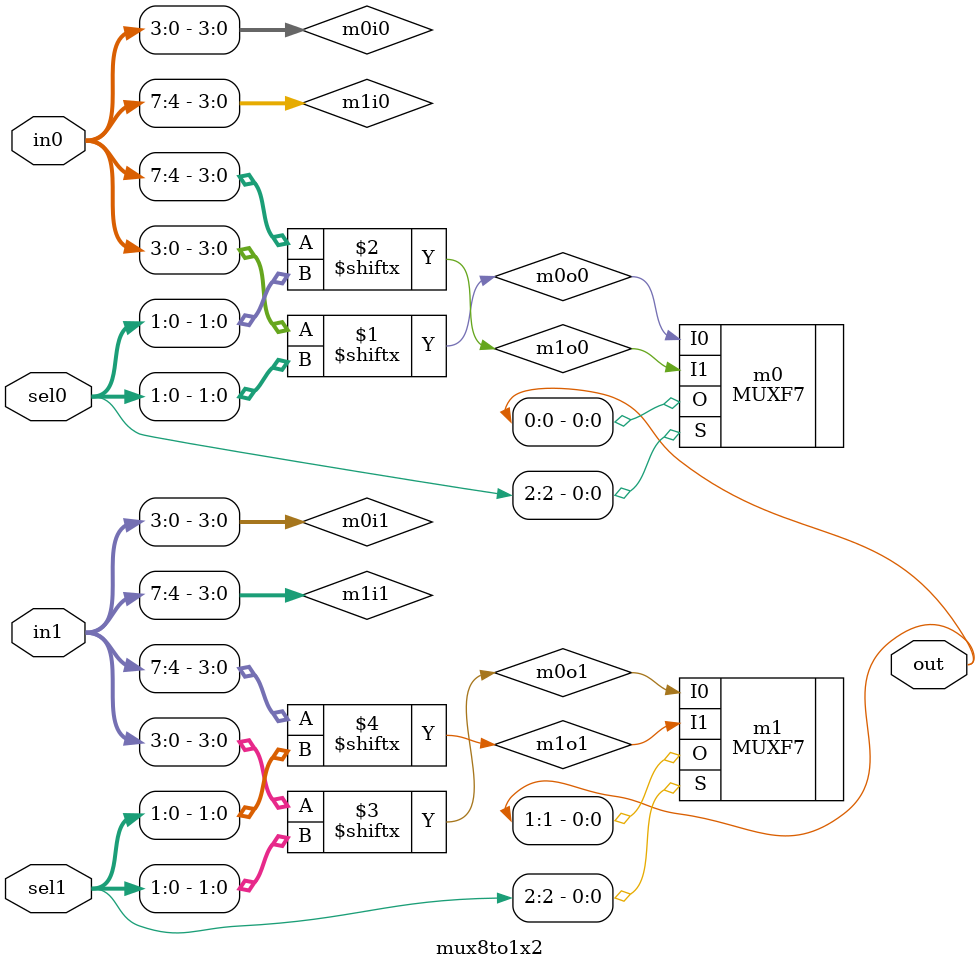
<source format=v>
/*****************************************************************************/
//
// Module          : mux8to1x2.vpp
// Revision        : $Revision: 1.1.1.1 $
// Last Modified On: $Date: 2010/09/14 20:23:30 $
// Last Modified By: $Author: gedwards $
//
//-----------------------------------------------------------------------------
//
// Original Author : Dean Walker
// Created On      : Thu Nov 29 16:25:48 2007
//
//-----------------------------------------------------------------------------
//
// Description     : optimized 8 to 1 muxes for Xilinx
//
//			Up thru at least ISE 9.2 sp4, Xilinx will not pack 
//			2 8:1 muxes in the same slice. 
//			Furthermore the unused LUTs in a slice with an 8:1 mux 
//			will not be used. This module works around that by 
//			forcing 2 8:1 muxes into the same slice using the 
//			RLOC constraint.
//
//-----------------------------------------------------------------------------
//
// Copyright (c) 2007 : created by Convey Computer Corp. This model is the
// confidential and proprietary property of Convey Computer Corp.
//
/*****************************************************************************/
/* $Id: mux8to1x2.v,v 1.1.1.1 2010/09/14 20:23:30 gedwards Exp $ */

`timescale 1 ns / 1 ps

module mux8to1x2 (/*AUTOARG*/
   // Outputs
   out,
   // Inputs
   in0, sel0, in1, sel1
   ) ;
   
   // synthesis attribute keep_hierarchy mux8to1x2 "true";

   /* ----------        port declarations     ---------- */

   input  [7:0]         in0;
   input  [2:0]         sel0;
   input  [7:0]         in1;
   input  [2:0]         sel1;

   output [1:0]         out;

   /* ----------         include files        ---------- */
   /* ----------          wires & regs        ---------- */

   wire   [3:0]         m0i0;
   wire   [3:0]         m1i0;
   wire                 m0o0;
   wire                 m1o0;
   wire   [3:0]         m0i1;
   wire   [3:0]         m1i1;
   wire                 m0o1;
   wire                 m1o1;

   /* ----------      combinatorial blocks    ---------- */
   /* ----------      external module calls   ---------- */

   assign m0i0 = in0[3:0];
   assign m1i0 = in0[7:4];
   assign m0o0 = m0i0[sel0[1:0]];
   assign m1o0 = m1i0[sel0[1:0]];

   // synthesis attribute RLOC m0 "X0Y0";
   MUXF7 m0 (.S(sel0[2]), .I0(m0o0), .I1(m1o0), .O(out[0]));

   assign m0i1 = in1[3:0];
   assign m1i1 = in1[7:4];
   assign m0o1 = m0i1[sel1[1:0]];
   assign m1o1 = m1i1[sel1[1:0]];

   // synthesis attribute RLOC m1 "X0Y0";
   MUXF7 m1 (.S(sel1[2]), .I0(m0o1), .I1(m1o1), .O(out[1]));

   /* ----------            registers         ---------- */
   /* ---------- debug & synopsys off blocks  ---------- */
   
endmodule // mux8to1x2


</source>
